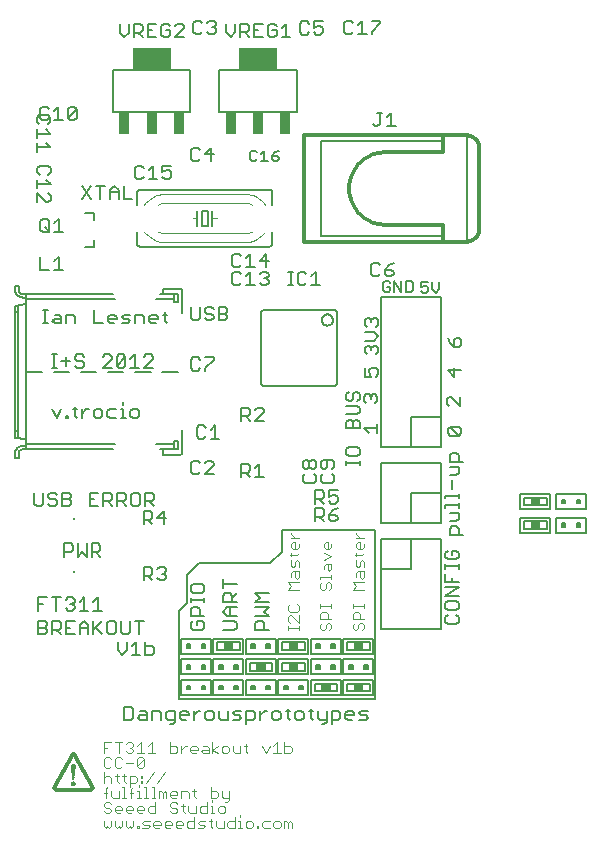
<source format=gto>
G75*
G70*
%OFA0B0*%
%FSLAX24Y24*%
%IPPOS*%
%LPD*%
%AMOC8*
5,1,8,0,0,1.08239X$1,22.5*
%
%ADD10C,0.0050*%
%ADD11C,0.0040*%
%ADD12C,0.0060*%
%ADD13C,0.0120*%
%ADD14C,0.0030*%
%ADD15R,0.1260X0.0730*%
%ADD16R,0.0340X0.0730*%
%ADD17C,0.0080*%
%ADD18C,0.0020*%
%ADD19R,0.0079X0.0079*%
D10*
X003692Y002465D02*
X003694Y002478D01*
X003699Y002490D01*
X003708Y002501D01*
X003718Y002509D01*
X003731Y002513D01*
X003744Y002514D01*
X003757Y002511D01*
X003769Y002505D01*
X003779Y002496D01*
X003786Y002485D01*
X003790Y002472D01*
X003790Y002458D01*
X003786Y002445D01*
X003779Y002434D01*
X003769Y002425D01*
X003757Y002419D01*
X003744Y002416D01*
X003731Y002417D01*
X003718Y002421D01*
X003708Y002429D01*
X003699Y002440D01*
X003694Y002452D01*
X003692Y002465D01*
X003741Y002613D02*
X003790Y003056D01*
X003692Y003056D01*
X003741Y002613D01*
X003737Y002647D02*
X003745Y002647D01*
X003750Y002695D02*
X003732Y002695D01*
X003726Y002744D02*
X003756Y002744D01*
X003761Y002792D02*
X003721Y002792D01*
X003716Y002841D02*
X003766Y002841D01*
X003772Y002889D02*
X003710Y002889D01*
X003705Y002938D02*
X003777Y002938D01*
X003782Y002987D02*
X003699Y002987D01*
X003694Y003035D02*
X003788Y003035D01*
X003790Y003056D02*
X003788Y003069D01*
X003783Y003080D01*
X003776Y003091D01*
X003766Y003098D01*
X003754Y003103D01*
X003741Y003105D01*
X003728Y003103D01*
X003717Y003098D01*
X003706Y003091D01*
X003699Y003080D01*
X003694Y003069D01*
X003692Y003056D01*
X007328Y005424D02*
X007328Y005924D01*
X008328Y005924D01*
X008328Y005424D01*
X007328Y005424D01*
X007515Y005611D02*
X007640Y005611D01*
X007640Y005624D01*
X007515Y005624D01*
X007515Y005674D01*
X007640Y005674D01*
X007640Y005724D01*
X007515Y005724D01*
X007515Y005736D01*
X007640Y005736D01*
X007640Y005724D01*
X007640Y005674D02*
X007640Y005624D01*
X007515Y005611D02*
X007515Y005624D01*
X007515Y005674D02*
X007515Y005724D01*
X007328Y006113D02*
X007328Y006613D01*
X008328Y006613D01*
X008328Y006113D01*
X007328Y006113D01*
X007515Y006300D02*
X007640Y006300D01*
X007640Y006313D01*
X007515Y006313D01*
X007515Y006363D01*
X007640Y006363D01*
X007640Y006413D01*
X007515Y006413D01*
X007515Y006425D01*
X007640Y006425D01*
X007640Y006413D01*
X007640Y006363D02*
X007640Y006313D01*
X007515Y006300D02*
X007515Y006313D01*
X007515Y006363D02*
X007515Y006413D01*
X007328Y006802D02*
X007328Y007302D01*
X008328Y007302D01*
X008328Y006802D01*
X007328Y006802D01*
X007515Y006989D02*
X007640Y006989D01*
X007640Y007002D01*
X007515Y007002D01*
X007515Y007052D01*
X007640Y007052D01*
X007640Y007102D01*
X007515Y007102D01*
X007515Y007114D01*
X007640Y007114D01*
X007640Y007102D01*
X007640Y007052D02*
X007640Y007002D01*
X007515Y006989D02*
X007515Y007002D01*
X007515Y007052D02*
X007515Y007102D01*
X007723Y007594D02*
X008023Y007594D01*
X008098Y007669D01*
X008098Y007819D01*
X008023Y007894D01*
X007873Y007894D01*
X007873Y007744D01*
X007723Y007894D02*
X007647Y007819D01*
X007647Y007669D01*
X007723Y007594D01*
X008015Y007114D02*
X008140Y007114D01*
X008140Y007102D01*
X008140Y007052D01*
X008015Y007052D01*
X008015Y007002D01*
X008140Y007002D01*
X008140Y006989D01*
X008015Y006989D01*
X008015Y007002D01*
X008015Y007052D02*
X008015Y007102D01*
X008140Y007102D01*
X008140Y007052D02*
X008140Y007002D01*
X008015Y007102D02*
X008015Y007114D01*
X008410Y007302D02*
X008410Y006802D01*
X009410Y006802D01*
X009410Y007302D01*
X008410Y007302D01*
X008535Y007177D02*
X009285Y007177D01*
X009285Y006927D01*
X008535Y006927D01*
X008535Y007177D01*
X008785Y007177D02*
X009035Y007177D01*
X009035Y007152D01*
X008785Y007152D01*
X008785Y007177D01*
X008785Y007152D02*
X008785Y007102D01*
X009035Y007102D01*
X009035Y007052D01*
X008785Y007052D01*
X008785Y007002D01*
X009035Y007002D01*
X009035Y006952D01*
X008785Y006952D01*
X008785Y007002D01*
X008785Y007052D02*
X008785Y007102D01*
X008785Y006952D02*
X008785Y006927D01*
X009035Y006927D01*
X009035Y006952D01*
X009035Y007002D02*
X009035Y007052D01*
X009035Y007102D02*
X009035Y007152D01*
X009105Y007594D02*
X009181Y007669D01*
X009181Y007819D01*
X009105Y007894D01*
X008730Y007894D01*
X008880Y008054D02*
X008730Y008204D01*
X008880Y008354D01*
X009181Y008354D01*
X009181Y008514D02*
X008730Y008514D01*
X008730Y008739D01*
X008805Y008814D01*
X008955Y008814D01*
X009030Y008739D01*
X009030Y008514D01*
X009030Y008664D02*
X009181Y008814D01*
X009181Y009125D02*
X008730Y009125D01*
X008730Y008975D02*
X008730Y009275D01*
X008098Y009046D02*
X008023Y009121D01*
X007723Y009121D01*
X007647Y009046D01*
X007647Y008896D01*
X007723Y008821D01*
X008023Y008821D01*
X008098Y008896D01*
X008098Y009046D01*
X008098Y008664D02*
X008098Y008514D01*
X008098Y008589D02*
X007647Y008589D01*
X007647Y008514D02*
X007647Y008664D01*
X007723Y008354D02*
X007873Y008354D01*
X007948Y008279D01*
X007948Y008054D01*
X008098Y008054D02*
X007647Y008054D01*
X007647Y008279D01*
X007723Y008354D01*
X008730Y007594D02*
X009105Y007594D01*
X009181Y008054D02*
X008880Y008054D01*
X008955Y008054D02*
X008955Y008354D01*
X009493Y007302D02*
X010493Y007302D01*
X010493Y006802D01*
X009493Y006802D01*
X009493Y007302D01*
X009680Y007114D02*
X009805Y007114D01*
X009805Y007102D01*
X009805Y007052D01*
X009680Y007052D01*
X009680Y007002D01*
X009805Y007002D01*
X009805Y006989D01*
X009680Y006989D01*
X009680Y007002D01*
X009680Y007052D02*
X009680Y007102D01*
X009805Y007102D01*
X009805Y007052D02*
X009805Y007002D01*
X009680Y007102D02*
X009680Y007114D01*
X009813Y007594D02*
X009813Y007819D01*
X009888Y007894D01*
X010038Y007894D01*
X010113Y007819D01*
X010113Y007594D01*
X010263Y007594D02*
X009813Y007594D01*
X009813Y008054D02*
X010263Y008054D01*
X010113Y008204D01*
X010263Y008354D01*
X009813Y008354D01*
X009813Y008514D02*
X009963Y008664D01*
X009813Y008814D01*
X010263Y008814D01*
X010263Y008514D02*
X009813Y008514D01*
X010576Y007302D02*
X011576Y007302D01*
X011576Y006802D01*
X010576Y006802D01*
X010576Y007302D01*
X010701Y007177D02*
X011451Y007177D01*
X011451Y006927D01*
X010701Y006927D01*
X010701Y007177D01*
X010951Y007177D02*
X011201Y007177D01*
X011201Y007152D01*
X010951Y007152D01*
X010951Y007177D01*
X010951Y007152D02*
X010951Y007102D01*
X011201Y007102D01*
X011201Y007052D01*
X010951Y007052D01*
X010951Y007002D01*
X011201Y007002D01*
X011201Y006952D01*
X010951Y006952D01*
X010951Y007002D01*
X010951Y007052D02*
X010951Y007102D01*
X010951Y006952D02*
X010951Y006927D01*
X011201Y006927D01*
X011201Y006952D01*
X011201Y007002D02*
X011201Y007052D01*
X011201Y007102D02*
X011201Y007152D01*
X011658Y007302D02*
X011658Y006802D01*
X012658Y006802D01*
X012658Y007302D01*
X011658Y007302D01*
X011846Y007114D02*
X011971Y007114D01*
X011971Y007102D01*
X011971Y007052D01*
X011846Y007052D01*
X011846Y007002D01*
X011971Y007002D01*
X011971Y006989D01*
X011846Y006989D01*
X011846Y007002D01*
X011846Y007052D02*
X011846Y007102D01*
X011971Y007102D01*
X011971Y007052D02*
X011971Y007002D01*
X011846Y007102D02*
X011846Y007114D01*
X012346Y007114D02*
X012471Y007114D01*
X012471Y007102D01*
X012471Y007052D01*
X012346Y007052D01*
X012346Y007002D01*
X012471Y007002D01*
X012471Y006989D01*
X012346Y006989D01*
X012346Y007002D01*
X012346Y007052D02*
X012346Y007102D01*
X012471Y007102D01*
X012471Y007052D02*
X012471Y007002D01*
X012346Y007102D02*
X012346Y007114D01*
X012741Y007302D02*
X012741Y006802D01*
X013741Y006802D01*
X013741Y007302D01*
X012741Y007302D01*
X012866Y007177D02*
X013616Y007177D01*
X013616Y006927D01*
X012866Y006927D01*
X012866Y007177D01*
X013116Y007177D02*
X013366Y007177D01*
X013366Y007152D01*
X013116Y007152D01*
X013116Y007177D01*
X013116Y007152D02*
X013116Y007102D01*
X013366Y007102D01*
X013366Y007052D01*
X013116Y007052D01*
X013116Y007002D01*
X013366Y007002D01*
X013366Y006952D01*
X013116Y006952D01*
X013116Y007002D01*
X013116Y007052D02*
X013116Y007102D01*
X013116Y006952D02*
X013116Y006927D01*
X013366Y006927D01*
X013366Y006952D01*
X013366Y007002D02*
X013366Y007052D01*
X013366Y007102D02*
X013366Y007152D01*
X013741Y006613D02*
X012741Y006613D01*
X012741Y006113D01*
X013741Y006113D01*
X013741Y006613D01*
X013553Y006425D02*
X013428Y006425D01*
X013428Y006413D01*
X013553Y006413D01*
X013553Y006363D01*
X013428Y006363D01*
X013428Y006313D01*
X013553Y006313D01*
X013553Y006300D01*
X013428Y006300D01*
X013428Y006313D01*
X013428Y006363D02*
X013428Y006413D01*
X013553Y006425D02*
X013553Y006413D01*
X013553Y006363D02*
X013553Y006313D01*
X013741Y005924D02*
X012741Y005924D01*
X012741Y005424D01*
X013741Y005424D01*
X013741Y005924D01*
X013616Y005799D02*
X013616Y005549D01*
X012866Y005549D01*
X012866Y005799D01*
X013616Y005799D01*
X013366Y005799D02*
X013116Y005799D01*
X013116Y005774D01*
X013366Y005774D01*
X013366Y005724D01*
X013366Y005674D01*
X013116Y005674D01*
X013116Y005624D01*
X013366Y005624D01*
X013366Y005574D01*
X013116Y005574D01*
X013116Y005624D01*
X013116Y005674D02*
X013116Y005724D01*
X013366Y005724D01*
X013366Y005774D02*
X013366Y005799D01*
X013366Y005674D02*
X013366Y005624D01*
X013366Y005574D02*
X013366Y005549D01*
X013116Y005549D01*
X013116Y005574D01*
X013116Y005724D02*
X013116Y005774D01*
X013053Y006300D02*
X012928Y006300D01*
X012928Y006313D01*
X012928Y006363D01*
X013053Y006363D01*
X013053Y006413D01*
X012928Y006413D01*
X012928Y006425D01*
X013053Y006425D01*
X013053Y006413D01*
X013053Y006363D02*
X013053Y006313D01*
X012928Y006313D01*
X012928Y006363D02*
X012928Y006413D01*
X013053Y006313D02*
X013053Y006300D01*
X012658Y006113D02*
X011658Y006113D01*
X011658Y006613D01*
X012658Y006613D01*
X012658Y006113D01*
X012658Y005924D02*
X011658Y005924D01*
X011658Y005424D01*
X012658Y005424D01*
X012658Y005924D01*
X012533Y005799D02*
X011783Y005799D01*
X011783Y005549D01*
X012533Y005549D01*
X012533Y005799D01*
X012283Y005799D02*
X012033Y005799D01*
X012033Y005774D01*
X012283Y005774D01*
X012283Y005724D01*
X012283Y005674D01*
X012033Y005674D01*
X012033Y005624D01*
X012283Y005624D01*
X012283Y005574D01*
X012033Y005574D01*
X012033Y005624D01*
X012033Y005674D02*
X012033Y005724D01*
X012283Y005724D01*
X012283Y005774D02*
X012283Y005799D01*
X012283Y005674D02*
X012283Y005624D01*
X012283Y005574D02*
X012283Y005549D01*
X012033Y005549D01*
X012033Y005574D01*
X012033Y005724D02*
X012033Y005774D01*
X011576Y005924D02*
X011576Y005424D01*
X010576Y005424D01*
X010576Y005924D01*
X011576Y005924D01*
X011576Y006113D02*
X010576Y006113D01*
X010576Y006613D01*
X011576Y006613D01*
X011576Y006113D01*
X011451Y006238D02*
X011451Y006488D01*
X010701Y006488D01*
X010701Y006238D01*
X011451Y006238D01*
X011201Y006238D02*
X010951Y006238D01*
X010951Y006263D01*
X011201Y006263D01*
X011201Y006238D01*
X011201Y006263D02*
X011201Y006313D01*
X010951Y006313D01*
X010951Y006363D01*
X011201Y006363D01*
X011201Y006413D01*
X010951Y006413D01*
X010951Y006463D01*
X011201Y006463D01*
X011201Y006413D01*
X011201Y006463D02*
X011201Y006488D01*
X010951Y006488D01*
X010951Y006463D01*
X010951Y006413D02*
X010951Y006363D01*
X010951Y006313D02*
X010951Y006263D01*
X011201Y006313D02*
X011201Y006363D01*
X011263Y005736D02*
X011388Y005736D01*
X011388Y005724D01*
X011388Y005674D01*
X011263Y005674D01*
X011263Y005624D01*
X011388Y005624D01*
X011388Y005611D01*
X011263Y005611D01*
X011263Y005624D01*
X011263Y005674D02*
X011263Y005724D01*
X011388Y005724D01*
X011388Y005674D02*
X011388Y005624D01*
X011263Y005724D02*
X011263Y005736D01*
X010888Y005736D02*
X010763Y005736D01*
X010763Y005724D01*
X010888Y005724D01*
X010888Y005674D01*
X010763Y005674D01*
X010763Y005624D01*
X010888Y005624D01*
X010888Y005611D01*
X010763Y005611D01*
X010763Y005624D01*
X010763Y005674D02*
X010763Y005724D01*
X010888Y005736D02*
X010888Y005724D01*
X010888Y005674D02*
X010888Y005624D01*
X010493Y005424D02*
X009493Y005424D01*
X009493Y005924D01*
X010493Y005924D01*
X010493Y005424D01*
X010305Y005611D02*
X010180Y005611D01*
X010180Y005624D01*
X010180Y005674D01*
X010305Y005674D01*
X010305Y005724D01*
X010180Y005724D01*
X010180Y005736D01*
X010305Y005736D01*
X010305Y005724D01*
X010305Y005674D02*
X010305Y005624D01*
X010180Y005624D01*
X010180Y005674D02*
X010180Y005724D01*
X010305Y005624D02*
X010305Y005611D01*
X009805Y005611D02*
X009680Y005611D01*
X009680Y005624D01*
X009680Y005674D01*
X009805Y005674D01*
X009805Y005724D01*
X009680Y005724D01*
X009680Y005736D01*
X009805Y005736D01*
X009805Y005724D01*
X009805Y005674D02*
X009805Y005624D01*
X009680Y005624D01*
X009680Y005674D02*
X009680Y005724D01*
X009805Y005624D02*
X009805Y005611D01*
X009410Y005424D02*
X008410Y005424D01*
X008410Y005924D01*
X009410Y005924D01*
X009410Y005424D01*
X009223Y005611D02*
X009098Y005611D01*
X009098Y005624D01*
X009098Y005674D01*
X009223Y005674D01*
X009223Y005724D01*
X009098Y005724D01*
X009098Y005736D01*
X009223Y005736D01*
X009223Y005724D01*
X009223Y005674D02*
X009223Y005624D01*
X009098Y005624D01*
X009098Y005674D02*
X009098Y005724D01*
X009223Y005624D02*
X009223Y005611D01*
X009410Y006113D02*
X008410Y006113D01*
X008410Y006613D01*
X009410Y006613D01*
X009410Y006113D01*
X009493Y006113D02*
X009493Y006613D01*
X010493Y006613D01*
X010493Y006113D01*
X009493Y006113D01*
X009618Y006238D02*
X009618Y006488D01*
X010368Y006488D01*
X010368Y006238D01*
X009618Y006238D01*
X009868Y006238D02*
X010118Y006238D01*
X010118Y006263D01*
X009868Y006263D01*
X009868Y006313D01*
X009868Y006363D01*
X010118Y006363D01*
X010118Y006413D01*
X009868Y006413D01*
X009868Y006463D01*
X010118Y006463D01*
X010118Y006413D01*
X010118Y006463D02*
X010118Y006488D01*
X009868Y006488D01*
X009868Y006463D01*
X009868Y006413D02*
X009868Y006363D01*
X009868Y006313D02*
X010118Y006313D01*
X010118Y006263D01*
X010118Y006313D02*
X010118Y006363D01*
X009868Y006263D02*
X009868Y006238D01*
X009223Y006300D02*
X009098Y006300D01*
X009098Y006313D01*
X009098Y006363D01*
X009223Y006363D01*
X009223Y006413D01*
X009098Y006413D01*
X009098Y006425D01*
X009223Y006425D01*
X009223Y006413D01*
X009223Y006363D02*
X009223Y006313D01*
X009098Y006313D01*
X009098Y006363D02*
X009098Y006413D01*
X009223Y006313D02*
X009223Y006300D01*
X008723Y006300D02*
X008598Y006300D01*
X008598Y006313D01*
X008598Y006363D01*
X008723Y006363D01*
X008723Y006413D01*
X008598Y006413D01*
X008598Y006425D01*
X008723Y006425D01*
X008723Y006413D01*
X008723Y006363D02*
X008723Y006313D01*
X008598Y006313D01*
X008598Y006363D02*
X008598Y006413D01*
X008723Y006313D02*
X008723Y006300D01*
X008723Y005736D02*
X008598Y005736D01*
X008598Y005724D01*
X008723Y005724D01*
X008723Y005674D01*
X008598Y005674D01*
X008598Y005624D01*
X008723Y005624D01*
X008723Y005611D01*
X008598Y005611D01*
X008598Y005624D01*
X008598Y005674D02*
X008598Y005724D01*
X008723Y005736D02*
X008723Y005724D01*
X008723Y005674D02*
X008723Y005624D01*
X008140Y005624D02*
X008015Y005624D01*
X008015Y005674D01*
X008140Y005674D01*
X008140Y005724D01*
X008015Y005724D01*
X008015Y005736D01*
X008140Y005736D01*
X008140Y005724D01*
X008140Y005674D02*
X008140Y005624D01*
X008140Y005611D01*
X008015Y005611D01*
X008015Y005624D01*
X008015Y005674D02*
X008015Y005724D01*
X008015Y006300D02*
X008140Y006300D01*
X008140Y006313D01*
X008015Y006313D01*
X008015Y006363D01*
X008140Y006363D01*
X008140Y006413D01*
X008015Y006413D01*
X008015Y006425D01*
X008140Y006425D01*
X008140Y006413D01*
X008140Y006363D02*
X008140Y006313D01*
X008015Y006300D02*
X008015Y006313D01*
X008015Y006363D02*
X008015Y006413D01*
X010180Y006989D02*
X010305Y006989D01*
X010305Y007002D01*
X010180Y007002D01*
X010180Y007052D01*
X010305Y007052D01*
X010305Y007102D01*
X010180Y007102D01*
X010180Y007114D01*
X010305Y007114D01*
X010305Y007102D01*
X010305Y007052D02*
X010305Y007002D01*
X010180Y006989D02*
X010180Y007002D01*
X010180Y007052D02*
X010180Y007102D01*
X011846Y006425D02*
X011971Y006425D01*
X011971Y006413D01*
X011971Y006363D01*
X011846Y006363D01*
X011846Y006313D01*
X011971Y006313D01*
X011971Y006300D01*
X011846Y006300D01*
X011846Y006313D01*
X011846Y006363D02*
X011846Y006413D01*
X011971Y006413D01*
X011971Y006363D02*
X011971Y006313D01*
X011846Y006413D02*
X011846Y006425D01*
X012346Y006425D02*
X012471Y006425D01*
X012471Y006413D01*
X012471Y006363D01*
X012346Y006363D01*
X012346Y006313D01*
X012471Y006313D01*
X012471Y006300D01*
X012346Y006300D01*
X012346Y006313D01*
X012346Y006363D02*
X012346Y006413D01*
X012471Y006413D01*
X012471Y006363D02*
X012471Y006313D01*
X012346Y006413D02*
X012346Y006425D01*
X018646Y010837D02*
X018646Y011337D01*
X019646Y011337D01*
X019646Y010837D01*
X018646Y010837D01*
X018771Y010962D02*
X018771Y011212D01*
X019521Y011212D01*
X019521Y010962D01*
X018771Y010962D01*
X019021Y010962D02*
X019271Y010962D01*
X019271Y010987D01*
X019021Y010987D01*
X019021Y011037D01*
X019021Y011087D01*
X019271Y011087D01*
X019271Y011137D01*
X019021Y011137D01*
X019021Y011187D01*
X019271Y011187D01*
X019271Y011137D01*
X019271Y011087D02*
X019271Y011037D01*
X019021Y011037D01*
X019021Y010987D02*
X019021Y010962D01*
X019021Y011087D02*
X019021Y011137D01*
X019021Y011187D02*
X019021Y011212D01*
X019271Y011212D01*
X019271Y011187D01*
X019271Y011037D02*
X019271Y010987D01*
X019828Y010837D02*
X019828Y011337D01*
X020828Y011337D01*
X020828Y010837D01*
X019828Y010837D01*
X020015Y011025D02*
X020140Y011025D01*
X020140Y011037D01*
X020015Y011037D01*
X020015Y011087D01*
X020140Y011087D01*
X020140Y011137D01*
X020015Y011137D01*
X020015Y011150D01*
X020140Y011150D01*
X020140Y011137D01*
X020140Y011087D02*
X020140Y011037D01*
X020015Y011025D02*
X020015Y011037D01*
X020015Y011087D02*
X020015Y011137D01*
X019828Y011625D02*
X019828Y012125D01*
X020828Y012125D01*
X020828Y011625D01*
X019828Y011625D01*
X019646Y011625D02*
X018646Y011625D01*
X018646Y012125D01*
X019646Y012125D01*
X019646Y011625D01*
X019521Y011750D02*
X018771Y011750D01*
X018771Y012000D01*
X019521Y012000D01*
X019521Y011750D01*
X019271Y011750D02*
X019021Y011750D01*
X019021Y011775D01*
X019271Y011775D01*
X019271Y011750D01*
X019271Y011775D02*
X019271Y011825D01*
X019021Y011825D01*
X019021Y011875D01*
X019271Y011875D01*
X019271Y011925D01*
X019021Y011925D01*
X019021Y011975D01*
X019271Y011975D01*
X019271Y011925D01*
X019271Y011975D02*
X019271Y012000D01*
X019021Y012000D01*
X019021Y011975D01*
X019021Y011925D02*
X019021Y011875D01*
X019021Y011825D02*
X019021Y011775D01*
X019271Y011825D02*
X019271Y011875D01*
X020015Y011875D02*
X020015Y011825D01*
X020140Y011825D01*
X020140Y011812D01*
X020015Y011812D01*
X020015Y011825D01*
X020015Y011875D02*
X020140Y011875D01*
X020140Y011925D01*
X020015Y011925D01*
X020015Y011937D01*
X020140Y011937D01*
X020140Y011925D01*
X020140Y011875D02*
X020140Y011825D01*
X020015Y011875D02*
X020015Y011925D01*
X020515Y011925D02*
X020640Y011925D01*
X020640Y011875D01*
X020515Y011875D01*
X020515Y011825D01*
X020640Y011825D01*
X020640Y011812D01*
X020515Y011812D01*
X020515Y011825D01*
X020515Y011875D02*
X020515Y011925D01*
X020515Y011937D01*
X020640Y011937D01*
X020640Y011925D01*
X020640Y011875D02*
X020640Y011825D01*
X020640Y011150D02*
X020515Y011150D01*
X020515Y011137D01*
X020640Y011137D01*
X020640Y011087D01*
X020515Y011087D01*
X020515Y011037D01*
X020640Y011037D01*
X020640Y011025D01*
X020515Y011025D01*
X020515Y011037D01*
X020515Y011087D02*
X020515Y011137D01*
X020640Y011150D02*
X020640Y011137D01*
X020640Y011087D02*
X020640Y011037D01*
X015818Y018839D02*
X015935Y018955D01*
X015935Y019189D01*
X015701Y019189D02*
X015701Y018955D01*
X015818Y018839D01*
X015566Y018897D02*
X015566Y019014D01*
X015508Y019072D01*
X015450Y019072D01*
X015333Y019014D01*
X015333Y019189D01*
X015566Y019189D01*
X015566Y018897D02*
X015508Y018839D01*
X015391Y018839D01*
X015333Y018897D01*
X015048Y018922D02*
X015048Y019155D01*
X014990Y019214D01*
X014815Y019214D01*
X014815Y018863D01*
X014990Y018863D01*
X015048Y018922D01*
X014680Y018863D02*
X014680Y019214D01*
X014446Y019214D02*
X014446Y018863D01*
X014311Y018922D02*
X014311Y019038D01*
X014195Y019038D01*
X014311Y018922D02*
X014253Y018863D01*
X014136Y018863D01*
X014078Y018922D01*
X014078Y019155D01*
X014136Y019214D01*
X014253Y019214D01*
X014311Y019155D01*
X014446Y019214D02*
X014680Y018863D01*
X010536Y023219D02*
X010594Y023277D01*
X010594Y023335D01*
X010536Y023394D01*
X010361Y023394D01*
X010361Y023277D01*
X010419Y023219D01*
X010536Y023219D01*
X010361Y023394D02*
X010478Y023510D01*
X010594Y023569D01*
X010226Y023219D02*
X009993Y023219D01*
X010109Y023219D02*
X010109Y023569D01*
X009993Y023452D01*
X009858Y023510D02*
X009799Y023569D01*
X009683Y023569D01*
X009624Y023510D01*
X009624Y023277D01*
X009683Y023219D01*
X009799Y023219D01*
X009858Y023277D01*
D11*
X011012Y010838D02*
X011012Y010778D01*
X011132Y010658D01*
X011252Y010658D02*
X011012Y010658D01*
X011072Y010530D02*
X011132Y010530D01*
X011132Y010289D01*
X011192Y010289D02*
X011072Y010289D01*
X011012Y010349D01*
X011012Y010470D01*
X011072Y010530D01*
X011252Y010470D02*
X011252Y010349D01*
X011192Y010289D01*
X011252Y010164D02*
X011192Y010104D01*
X010952Y010104D01*
X011012Y010044D02*
X011012Y010164D01*
X011012Y009916D02*
X011012Y009736D01*
X011072Y009676D01*
X011132Y009736D01*
X011132Y009856D01*
X011192Y009916D01*
X011252Y009856D01*
X011252Y009676D01*
X011252Y009547D02*
X011252Y009367D01*
X011192Y009307D01*
X011132Y009367D01*
X011132Y009547D01*
X011072Y009547D02*
X011252Y009547D01*
X011072Y009547D02*
X011012Y009487D01*
X011012Y009367D01*
X010892Y009179D02*
X011252Y009179D01*
X011252Y008939D02*
X010892Y008939D01*
X011012Y009059D01*
X010892Y009179D01*
X010952Y008443D02*
X010892Y008382D01*
X010892Y008262D01*
X010952Y008202D01*
X011192Y008202D01*
X011252Y008262D01*
X011252Y008382D01*
X011192Y008443D01*
X011252Y008074D02*
X011252Y007834D01*
X011012Y008074D01*
X010952Y008074D01*
X010892Y008014D01*
X010892Y007894D01*
X010952Y007834D01*
X010892Y007709D02*
X010892Y007589D01*
X010892Y007649D02*
X011252Y007649D01*
X011252Y007589D02*
X011252Y007709D01*
X011975Y007769D02*
X011975Y007649D01*
X012035Y007589D01*
X012095Y007589D01*
X012155Y007649D01*
X012155Y007769D01*
X012215Y007829D01*
X012275Y007829D01*
X012335Y007769D01*
X012335Y007649D01*
X012275Y007589D01*
X012035Y007829D02*
X011975Y007769D01*
X011975Y007957D02*
X011975Y008137D01*
X012035Y008197D01*
X012155Y008197D01*
X012215Y008137D01*
X012215Y007957D01*
X012335Y007957D02*
X011975Y007957D01*
X011975Y008325D02*
X011975Y008445D01*
X011975Y008385D02*
X012335Y008385D01*
X012335Y008325D02*
X012335Y008445D01*
X012275Y008939D02*
X012335Y008999D01*
X012335Y009119D01*
X012275Y009179D01*
X012215Y009179D01*
X012155Y009119D01*
X012155Y008999D01*
X012095Y008939D01*
X012035Y008939D01*
X011975Y008999D01*
X011975Y009119D01*
X012035Y009179D01*
X011975Y009307D02*
X011975Y009367D01*
X012335Y009367D01*
X012335Y009307D02*
X012335Y009427D01*
X012275Y009553D02*
X012215Y009613D01*
X012215Y009793D01*
X012155Y009793D02*
X012335Y009793D01*
X012335Y009613D01*
X012275Y009553D01*
X012095Y009613D02*
X012095Y009733D01*
X012155Y009793D01*
X012095Y009921D02*
X012335Y010041D01*
X012095Y010161D01*
X012155Y010289D02*
X012095Y010349D01*
X012095Y010470D01*
X012155Y010530D01*
X012215Y010530D01*
X012215Y010289D01*
X012275Y010289D02*
X012155Y010289D01*
X012275Y010289D02*
X012335Y010349D01*
X012335Y010470D01*
X013178Y010470D02*
X013178Y010349D01*
X013238Y010289D01*
X013358Y010289D01*
X013418Y010349D01*
X013418Y010470D01*
X013298Y010530D02*
X013298Y010289D01*
X013418Y010164D02*
X013358Y010104D01*
X013118Y010104D01*
X013178Y010044D02*
X013178Y010164D01*
X013178Y009916D02*
X013178Y009736D01*
X013238Y009676D01*
X013298Y009736D01*
X013298Y009856D01*
X013358Y009916D01*
X013418Y009856D01*
X013418Y009676D01*
X013418Y009547D02*
X013418Y009367D01*
X013358Y009307D01*
X013298Y009367D01*
X013298Y009547D01*
X013238Y009547D02*
X013418Y009547D01*
X013238Y009547D02*
X013178Y009487D01*
X013178Y009367D01*
X013058Y009179D02*
X013418Y009179D01*
X013418Y008939D02*
X013058Y008939D01*
X013178Y009059D01*
X013058Y009179D01*
X013058Y008445D02*
X013058Y008325D01*
X013058Y008385D02*
X013418Y008385D01*
X013418Y008325D02*
X013418Y008445D01*
X013238Y008197D02*
X013118Y008197D01*
X013058Y008137D01*
X013058Y007957D01*
X013418Y007957D01*
X013298Y007957D02*
X013298Y008137D01*
X013238Y008197D01*
X013298Y007829D02*
X013358Y007829D01*
X013418Y007769D01*
X013418Y007649D01*
X013358Y007589D01*
X013238Y007649D02*
X013238Y007769D01*
X013298Y007829D01*
X013118Y007829D02*
X013058Y007769D01*
X013058Y007649D01*
X013118Y007589D01*
X013178Y007589D01*
X013238Y007649D01*
X013178Y010470D02*
X013238Y010530D01*
X013298Y010530D01*
X013298Y010658D02*
X013178Y010778D01*
X013178Y010838D01*
X013178Y010658D02*
X013418Y010658D01*
D12*
X013807Y010915D02*
X013807Y005280D01*
X007262Y005280D01*
X007262Y008233D01*
X007532Y008504D01*
X007532Y009414D01*
X007926Y009808D01*
X010288Y009808D01*
X010682Y010201D01*
X010682Y010915D01*
X013807Y010915D01*
X014013Y011170D02*
X014013Y013170D01*
X016013Y013170D01*
X016013Y012170D01*
X015013Y012170D01*
X015013Y011170D01*
X016013Y011170D01*
X016013Y012170D01*
X016142Y012049D02*
X016142Y011976D01*
X016142Y012049D02*
X016582Y012049D01*
X016582Y011976D02*
X016582Y012123D01*
X016362Y012283D02*
X016362Y012576D01*
X016288Y012743D02*
X016509Y012743D01*
X016582Y012816D01*
X016582Y013037D01*
X016288Y013037D01*
X016288Y013203D02*
X016288Y013424D01*
X016362Y013497D01*
X016509Y013497D01*
X016582Y013424D01*
X016582Y013203D01*
X016729Y013203D02*
X016288Y013203D01*
X016013Y013705D02*
X016013Y014705D01*
X015013Y014705D01*
X015013Y013705D01*
X014013Y013705D01*
X014013Y018705D01*
X016013Y018705D01*
X016013Y014705D01*
X016264Y015054D02*
X016191Y015128D01*
X016191Y015274D01*
X016264Y015348D01*
X016338Y015348D01*
X016631Y015054D01*
X016631Y015348D01*
X016436Y016039D02*
X016436Y016332D01*
X016656Y016259D02*
X016215Y016259D01*
X016436Y016039D01*
X016436Y017023D02*
X016436Y017243D01*
X016509Y017316D01*
X016582Y017316D01*
X016656Y017243D01*
X016656Y017096D01*
X016582Y017023D01*
X016436Y017023D01*
X016289Y017170D01*
X016215Y017316D01*
X014345Y019385D02*
X014419Y019458D01*
X014419Y019532D01*
X014345Y019605D01*
X014125Y019605D01*
X014125Y019458D01*
X014198Y019385D01*
X014345Y019385D01*
X014125Y019605D02*
X014272Y019752D01*
X014419Y019825D01*
X013958Y019752D02*
X013885Y019825D01*
X013738Y019825D01*
X013665Y019752D01*
X013665Y019458D01*
X013738Y019385D01*
X013885Y019385D01*
X013958Y019458D01*
X013827Y017991D02*
X013900Y017918D01*
X013900Y017771D01*
X013827Y017697D01*
X013753Y017531D02*
X013460Y017531D01*
X013533Y017697D02*
X013460Y017771D01*
X013460Y017918D01*
X013533Y017991D01*
X013606Y017991D01*
X013680Y017918D01*
X013753Y017991D01*
X013827Y017991D01*
X013680Y017918D02*
X013680Y017844D01*
X013753Y017531D02*
X013900Y017384D01*
X013753Y017237D01*
X013460Y017237D01*
X013533Y017070D02*
X013460Y016997D01*
X013460Y016850D01*
X013533Y016777D01*
X013680Y016923D02*
X013680Y016997D01*
X013753Y017070D01*
X013827Y017070D01*
X013900Y016997D01*
X013900Y016850D01*
X013827Y016777D01*
X013680Y016997D02*
X013606Y017070D01*
X013533Y017070D01*
X013460Y016332D02*
X013460Y016039D01*
X013680Y016039D01*
X013606Y016185D01*
X013606Y016259D01*
X013680Y016332D01*
X013827Y016332D01*
X013900Y016259D01*
X013900Y016112D01*
X013827Y016039D01*
X013802Y015446D02*
X013875Y015373D01*
X013875Y015226D01*
X013802Y015153D01*
X013655Y015299D02*
X013655Y015373D01*
X013729Y015446D01*
X013802Y015446D01*
X013655Y015373D02*
X013582Y015446D01*
X013508Y015446D01*
X013435Y015373D01*
X013435Y015226D01*
X013508Y015153D01*
X013285Y015307D02*
X013211Y015234D01*
X013285Y015307D02*
X013285Y015454D01*
X013211Y015528D01*
X013138Y015528D01*
X013065Y015454D01*
X013065Y015307D01*
X012991Y015234D01*
X012918Y015234D01*
X012844Y015307D01*
X012844Y015454D01*
X012918Y015528D01*
X012546Y015796D02*
X012546Y018190D01*
X012469Y018266D01*
X010076Y018266D01*
X009999Y018190D01*
X009999Y015796D01*
X010076Y015719D01*
X012469Y015719D01*
X012546Y015796D01*
X012844Y015067D02*
X013211Y015067D01*
X013285Y014994D01*
X013285Y014847D01*
X013211Y014774D01*
X012844Y014774D01*
X012918Y014607D02*
X012991Y014607D01*
X013065Y014534D01*
X013065Y014313D01*
X013285Y014313D02*
X012844Y014313D01*
X012844Y014534D01*
X012918Y014607D01*
X013065Y014534D02*
X013138Y014607D01*
X013211Y014607D01*
X013285Y014534D01*
X013285Y014313D01*
X013435Y014315D02*
X013875Y014315D01*
X013875Y014168D02*
X013875Y014462D01*
X013582Y014168D02*
X013435Y014315D01*
X013211Y013686D02*
X012918Y013686D01*
X012844Y013613D01*
X012844Y013466D01*
X012918Y013393D01*
X013211Y013393D01*
X013285Y013466D01*
X013285Y013613D01*
X013211Y013686D01*
X013285Y013233D02*
X013285Y013086D01*
X013285Y013159D02*
X012844Y013159D01*
X012844Y013086D02*
X012844Y013233D01*
X012424Y013176D02*
X012350Y013249D01*
X012057Y013249D01*
X011983Y013176D01*
X011983Y013029D01*
X012057Y012956D01*
X012130Y012956D01*
X012203Y013029D01*
X012203Y013249D01*
X012424Y013176D02*
X012424Y013029D01*
X012350Y012956D01*
X012350Y012789D02*
X012424Y012715D01*
X012424Y012569D01*
X012350Y012495D01*
X012057Y012495D01*
X011983Y012569D01*
X011983Y012715D01*
X012057Y012789D01*
X011833Y012715D02*
X011833Y012569D01*
X011760Y012495D01*
X011466Y012495D01*
X011393Y012569D01*
X011393Y012715D01*
X011466Y012789D01*
X011466Y012956D02*
X011539Y012956D01*
X011613Y013029D01*
X011613Y013176D01*
X011686Y013249D01*
X011760Y013249D01*
X011833Y013176D01*
X011833Y013029D01*
X011760Y012956D01*
X011686Y012956D01*
X011613Y013029D01*
X011613Y013176D02*
X011539Y013249D01*
X011466Y013249D01*
X011393Y013176D01*
X011393Y013029D01*
X011466Y012956D01*
X011760Y012789D02*
X011833Y012715D01*
X011795Y012247D02*
X012015Y012247D01*
X012088Y012173D01*
X012088Y012026D01*
X012015Y011953D01*
X011795Y011953D01*
X011941Y011953D02*
X012088Y011806D01*
X012015Y011656D02*
X012088Y011583D01*
X012088Y011436D01*
X012015Y011362D01*
X011795Y011362D01*
X011795Y011216D02*
X011795Y011656D01*
X012015Y011656D01*
X011795Y011806D02*
X011795Y012247D01*
X012255Y012247D02*
X012255Y012026D01*
X012402Y012100D01*
X012475Y012100D01*
X012549Y012026D01*
X012549Y011880D01*
X012475Y011806D01*
X012328Y011806D01*
X012255Y011880D01*
X012402Y011583D02*
X012255Y011436D01*
X012475Y011436D01*
X012549Y011362D01*
X012549Y011289D01*
X012475Y011216D01*
X012328Y011216D01*
X012255Y011289D01*
X012255Y011436D01*
X012402Y011583D02*
X012549Y011656D01*
X012549Y012247D02*
X012255Y012247D01*
X011941Y011362D02*
X012088Y011216D01*
X014013Y011170D02*
X015013Y011170D01*
X015013Y010619D02*
X015013Y009619D01*
X014013Y009619D01*
X014013Y007619D01*
X016013Y007619D01*
X016013Y010619D01*
X015013Y010619D01*
X014013Y010619D01*
X014013Y009619D01*
X016142Y009637D02*
X016142Y009784D01*
X016142Y009710D02*
X016582Y009710D01*
X016582Y009637D02*
X016582Y009784D01*
X016509Y009944D02*
X016582Y010017D01*
X016582Y010164D01*
X016509Y010237D01*
X016362Y010237D01*
X016362Y010090D01*
X016215Y009944D02*
X016509Y009944D01*
X016215Y009944D02*
X016142Y010017D01*
X016142Y010164D01*
X016215Y010237D01*
X016288Y010748D02*
X016288Y010968D01*
X016362Y011042D01*
X016509Y011042D01*
X016582Y010968D01*
X016582Y010748D01*
X016729Y010748D02*
X016288Y010748D01*
X016288Y011209D02*
X016509Y011209D01*
X016582Y011282D01*
X016582Y011502D01*
X016288Y011502D01*
X016142Y011669D02*
X016142Y011742D01*
X016582Y011742D01*
X016582Y011669D02*
X016582Y011816D01*
X016013Y013705D02*
X015013Y013705D01*
X016215Y014143D02*
X016215Y014290D01*
X016289Y014364D01*
X016582Y014070D01*
X016656Y014143D01*
X016656Y014290D01*
X016582Y014364D01*
X016289Y014364D01*
X016215Y014143D02*
X016289Y014070D01*
X016582Y014070D01*
X016142Y009470D02*
X016142Y009176D01*
X016582Y009176D01*
X016582Y009010D02*
X016142Y009010D01*
X016362Y009176D02*
X016362Y009323D01*
X016582Y009010D02*
X016142Y008716D01*
X016582Y008716D01*
X016509Y008549D02*
X016582Y008476D01*
X016582Y008329D01*
X016509Y008256D01*
X016215Y008256D01*
X016142Y008329D01*
X016142Y008476D01*
X016215Y008549D01*
X016509Y008549D01*
X016509Y008089D02*
X016582Y008016D01*
X016582Y007869D01*
X016509Y007795D01*
X016215Y007795D01*
X016142Y007869D01*
X016142Y008016D01*
X016215Y008089D01*
X013566Y004890D02*
X013346Y004890D01*
X013272Y004817D01*
X013346Y004743D01*
X013492Y004743D01*
X013566Y004670D01*
X013492Y004597D01*
X013272Y004597D01*
X013105Y004743D02*
X013105Y004817D01*
X013032Y004890D01*
X012885Y004890D01*
X012812Y004817D01*
X012812Y004670D01*
X012885Y004597D01*
X013032Y004597D01*
X013105Y004743D02*
X012812Y004743D01*
X012645Y004817D02*
X012645Y004670D01*
X012572Y004597D01*
X012351Y004597D01*
X012351Y004450D02*
X012351Y004890D01*
X012572Y004890D01*
X012645Y004817D01*
X012185Y004890D02*
X012185Y004523D01*
X012111Y004450D01*
X012038Y004450D01*
X011964Y004597D02*
X012185Y004597D01*
X011964Y004597D02*
X011891Y004670D01*
X011891Y004890D01*
X011731Y004890D02*
X011584Y004890D01*
X011658Y004964D02*
X011658Y004670D01*
X011731Y004597D01*
X011417Y004670D02*
X011417Y004817D01*
X011344Y004890D01*
X011197Y004890D01*
X011124Y004817D01*
X011124Y004670D01*
X011197Y004597D01*
X011344Y004597D01*
X011417Y004670D01*
X010964Y004597D02*
X010890Y004670D01*
X010890Y004964D01*
X010817Y004890D02*
X010964Y004890D01*
X010650Y004817D02*
X010650Y004670D01*
X010577Y004597D01*
X010430Y004597D01*
X010357Y004670D01*
X010357Y004817D01*
X010430Y004890D01*
X010577Y004890D01*
X010650Y004817D01*
X010193Y004890D02*
X010120Y004890D01*
X009973Y004743D01*
X009973Y004597D02*
X009973Y004890D01*
X009806Y004817D02*
X009806Y004670D01*
X009733Y004597D01*
X009513Y004597D01*
X009513Y004450D02*
X009513Y004890D01*
X009733Y004890D01*
X009806Y004817D01*
X009346Y004890D02*
X009126Y004890D01*
X009052Y004817D01*
X009126Y004743D01*
X009272Y004743D01*
X009346Y004670D01*
X009272Y004597D01*
X009052Y004597D01*
X008885Y004597D02*
X008885Y004890D01*
X008592Y004890D02*
X008592Y004670D01*
X008665Y004597D01*
X008885Y004597D01*
X008425Y004670D02*
X008425Y004817D01*
X008352Y004890D01*
X008205Y004890D01*
X008132Y004817D01*
X008132Y004670D01*
X008205Y004597D01*
X008352Y004597D01*
X008425Y004670D01*
X007968Y004890D02*
X007895Y004890D01*
X007748Y004743D01*
X007748Y004597D02*
X007748Y004890D01*
X007581Y004817D02*
X007581Y004743D01*
X007288Y004743D01*
X007288Y004670D02*
X007288Y004817D01*
X007361Y004890D01*
X007508Y004890D01*
X007581Y004817D01*
X007508Y004597D02*
X007361Y004597D01*
X007288Y004670D01*
X007121Y004597D02*
X006901Y004597D01*
X006827Y004670D01*
X006827Y004817D01*
X006901Y004890D01*
X007121Y004890D01*
X007121Y004523D01*
X007047Y004450D01*
X006974Y004450D01*
X006660Y004597D02*
X006660Y004817D01*
X006587Y004890D01*
X006367Y004890D01*
X006367Y004597D01*
X006200Y004597D02*
X005980Y004597D01*
X005906Y004670D01*
X005980Y004743D01*
X006200Y004743D01*
X006200Y004817D02*
X006200Y004597D01*
X006200Y004817D02*
X006127Y004890D01*
X005980Y004890D01*
X005740Y004964D02*
X005740Y004670D01*
X005666Y004597D01*
X005446Y004597D01*
X005446Y005037D01*
X005666Y005037D01*
X005740Y004964D01*
X005685Y006762D02*
X005979Y006762D01*
X005832Y006762D02*
X005832Y007202D01*
X005685Y007056D01*
X005518Y007202D02*
X005518Y006909D01*
X005371Y006762D01*
X005225Y006909D01*
X005225Y007202D01*
X005089Y007451D02*
X005163Y007524D01*
X005163Y007818D01*
X005089Y007891D01*
X004942Y007891D01*
X004869Y007818D01*
X004869Y007524D01*
X004942Y007451D01*
X005089Y007451D01*
X005329Y007524D02*
X005329Y007891D01*
X005623Y007891D02*
X005623Y007524D01*
X005549Y007451D01*
X005403Y007451D01*
X005329Y007524D01*
X005790Y007891D02*
X006083Y007891D01*
X005936Y007891D02*
X005936Y007451D01*
X006145Y007202D02*
X006145Y006762D01*
X006366Y006762D01*
X006439Y006835D01*
X006439Y006982D01*
X006366Y007056D01*
X006145Y007056D01*
X004702Y007451D02*
X004482Y007671D01*
X004409Y007598D02*
X004702Y007891D01*
X004409Y007891D02*
X004409Y007451D01*
X004242Y007451D02*
X004242Y007744D01*
X004095Y007891D01*
X003948Y007744D01*
X003948Y007451D01*
X003781Y007451D02*
X003488Y007451D01*
X003488Y007891D01*
X003781Y007891D01*
X003635Y007671D02*
X003488Y007671D01*
X003321Y007671D02*
X003248Y007598D01*
X003028Y007598D01*
X003174Y007598D02*
X003321Y007451D01*
X003321Y007671D02*
X003321Y007818D01*
X003248Y007891D01*
X003028Y007891D01*
X003028Y007451D01*
X002861Y007524D02*
X002787Y007451D01*
X002567Y007451D01*
X002567Y007891D01*
X002787Y007891D01*
X002861Y007818D01*
X002861Y007744D01*
X002787Y007671D01*
X002567Y007671D01*
X002787Y007671D02*
X002861Y007598D01*
X002861Y007524D01*
X002567Y008238D02*
X002567Y008679D01*
X002861Y008679D01*
X003028Y008679D02*
X003321Y008679D01*
X003174Y008679D02*
X003174Y008238D01*
X003488Y008312D02*
X003561Y008238D01*
X003708Y008238D01*
X003781Y008312D01*
X003781Y008385D01*
X003708Y008458D01*
X003635Y008458D01*
X003708Y008458D02*
X003781Y008532D01*
X003781Y008605D01*
X003708Y008679D01*
X003561Y008679D01*
X003488Y008605D01*
X003948Y008532D02*
X004095Y008679D01*
X004095Y008238D01*
X003948Y008238D02*
X004242Y008238D01*
X004409Y008238D02*
X004702Y008238D01*
X004555Y008238D02*
X004555Y008679D01*
X004409Y008532D01*
X004242Y007671D02*
X003948Y007671D01*
X002714Y008458D02*
X002567Y008458D01*
X003428Y010035D02*
X003428Y010475D01*
X003649Y010475D01*
X003722Y010402D01*
X003722Y010255D01*
X003649Y010181D01*
X003428Y010181D01*
X003889Y010035D02*
X004036Y010181D01*
X004182Y010035D01*
X004182Y010475D01*
X004349Y010475D02*
X004569Y010475D01*
X004643Y010402D01*
X004643Y010255D01*
X004569Y010181D01*
X004349Y010181D01*
X004349Y010035D02*
X004349Y010475D01*
X004496Y010181D02*
X004643Y010035D01*
X003889Y010035D02*
X003889Y010475D01*
X003585Y011732D02*
X003365Y011732D01*
X003365Y012173D01*
X003585Y012173D01*
X003658Y012099D01*
X003658Y012026D01*
X003585Y011953D01*
X003365Y011953D01*
X003198Y011879D02*
X003198Y011806D01*
X003125Y011732D01*
X002978Y011732D01*
X002905Y011806D01*
X002978Y011953D02*
X003125Y011953D01*
X003198Y011879D01*
X003198Y012099D02*
X003125Y012173D01*
X002978Y012173D01*
X002905Y012099D01*
X002905Y012026D01*
X002978Y011953D01*
X002738Y011806D02*
X002738Y012173D01*
X002444Y012173D02*
X002444Y011806D01*
X002518Y011732D01*
X002664Y011732D01*
X002738Y011806D01*
X003585Y011732D02*
X003658Y011806D01*
X003658Y011879D01*
X003585Y011953D01*
X004286Y011953D02*
X004432Y011953D01*
X004286Y012173D02*
X004286Y011732D01*
X004579Y011732D01*
X004746Y011732D02*
X004746Y012173D01*
X004966Y012173D01*
X005040Y012099D01*
X005040Y011953D01*
X004966Y011879D01*
X004746Y011879D01*
X004893Y011879D02*
X005040Y011732D01*
X005206Y011732D02*
X005206Y012173D01*
X005426Y012173D01*
X005500Y012099D01*
X005500Y011953D01*
X005426Y011879D01*
X005206Y011879D01*
X005353Y011879D02*
X005500Y011732D01*
X005667Y011806D02*
X005740Y011732D01*
X005887Y011732D01*
X005960Y011806D01*
X005960Y012099D01*
X005887Y012173D01*
X005740Y012173D01*
X005667Y012099D01*
X005667Y011806D01*
X006127Y011879D02*
X006347Y011879D01*
X006421Y011953D01*
X006421Y012099D01*
X006347Y012173D01*
X006127Y012173D01*
X006127Y011732D01*
X006086Y011558D02*
X006306Y011558D01*
X006379Y011484D01*
X006379Y011337D01*
X006306Y011264D01*
X006086Y011264D01*
X006233Y011264D02*
X006379Y011117D01*
X006546Y011337D02*
X006840Y011337D01*
X006766Y011117D02*
X006766Y011558D01*
X006546Y011337D01*
X006421Y011732D02*
X006274Y011879D01*
X006086Y011558D02*
X006086Y011117D01*
X006086Y009688D02*
X006306Y009688D01*
X006379Y009614D01*
X006379Y009467D01*
X006306Y009394D01*
X006086Y009394D01*
X006233Y009394D02*
X006379Y009247D01*
X006546Y009321D02*
X006620Y009247D01*
X006766Y009247D01*
X006840Y009321D01*
X006840Y009394D01*
X006766Y009467D01*
X006693Y009467D01*
X006766Y009467D02*
X006840Y009541D01*
X006840Y009614D01*
X006766Y009688D01*
X006620Y009688D01*
X006546Y009614D01*
X006086Y009688D02*
X006086Y009247D01*
X004579Y012173D02*
X004286Y012173D01*
X005076Y013613D02*
X002178Y013613D01*
X002040Y013613D01*
X002021Y013611D01*
X002002Y013606D01*
X001985Y013598D01*
X001969Y013587D01*
X001956Y013574D01*
X001945Y013558D01*
X001937Y013541D01*
X001932Y013522D01*
X001930Y013503D01*
X001930Y013337D01*
X001804Y013337D01*
X001804Y013556D01*
X001818Y013585D01*
X001835Y013612D01*
X001854Y013637D01*
X001877Y013660D01*
X001901Y013680D01*
X001928Y013698D01*
X001956Y013712D01*
X001986Y013724D01*
X002017Y013732D01*
X002048Y013737D01*
X002080Y013739D01*
X002178Y013739D01*
X002178Y013613D01*
X002178Y013739D02*
X002178Y013959D01*
X001804Y014007D01*
X001804Y014235D01*
X001906Y014235D01*
X001906Y013994D01*
X001906Y014235D02*
X001906Y018176D01*
X001804Y018176D01*
X001804Y014235D01*
X002178Y013959D02*
X002178Y016205D01*
X002691Y016205D01*
X003035Y016334D02*
X003181Y016334D01*
X003108Y016334D02*
X003108Y016774D01*
X003035Y016774D02*
X003181Y016774D01*
X003342Y016554D02*
X003635Y016554D01*
X003802Y016627D02*
X003875Y016554D01*
X004022Y016554D01*
X004096Y016481D01*
X004096Y016407D01*
X004022Y016334D01*
X003875Y016334D01*
X003802Y016407D01*
X003802Y016627D02*
X003802Y016701D01*
X003875Y016774D01*
X004022Y016774D01*
X004096Y016701D01*
X003992Y016205D02*
X004505Y016205D01*
X004723Y016334D02*
X005016Y016627D01*
X005016Y016701D01*
X004943Y016774D01*
X004796Y016774D01*
X004723Y016701D01*
X004723Y016334D02*
X005016Y016334D01*
X004898Y016205D02*
X005412Y016205D01*
X005403Y016334D02*
X005256Y016334D01*
X005183Y016407D01*
X005477Y016701D01*
X005477Y016407D01*
X005403Y016334D01*
X005183Y016407D02*
X005183Y016701D01*
X005256Y016774D01*
X005403Y016774D01*
X005477Y016701D01*
X005643Y016627D02*
X005790Y016774D01*
X005790Y016334D01*
X005805Y016205D02*
X006318Y016205D01*
X006397Y016334D02*
X006104Y016334D01*
X006397Y016627D01*
X006397Y016701D01*
X006324Y016774D01*
X006177Y016774D01*
X006104Y016701D01*
X005937Y016334D02*
X005643Y016334D01*
X005410Y015174D02*
X005410Y015101D01*
X005410Y014954D02*
X005410Y014661D01*
X005483Y014661D02*
X005336Y014661D01*
X005170Y014661D02*
X004949Y014661D01*
X004876Y014734D01*
X004876Y014881D01*
X004949Y014954D01*
X005170Y014954D01*
X005336Y014954D02*
X005410Y014954D01*
X005643Y014881D02*
X005643Y014734D01*
X005717Y014661D01*
X005864Y014661D01*
X005937Y014734D01*
X005937Y014881D01*
X005864Y014954D01*
X005717Y014954D01*
X005643Y014881D01*
X004709Y014881D02*
X004709Y014734D01*
X004636Y014661D01*
X004489Y014661D01*
X004416Y014734D01*
X004416Y014881D01*
X004489Y014954D01*
X004636Y014954D01*
X004709Y014881D01*
X004252Y014954D02*
X004179Y014954D01*
X004032Y014807D01*
X004032Y014661D02*
X004032Y014954D01*
X003872Y014954D02*
X003725Y014954D01*
X003799Y015028D02*
X003799Y014734D01*
X003872Y014661D01*
X003568Y014661D02*
X003495Y014661D01*
X003495Y014734D01*
X003568Y014734D01*
X003568Y014661D01*
X003328Y014954D02*
X003181Y014661D01*
X003035Y014954D01*
X003085Y016205D02*
X003598Y016205D01*
X003488Y016407D02*
X003488Y016701D01*
X003507Y017810D02*
X003507Y018104D01*
X003727Y018104D01*
X003800Y018030D01*
X003800Y017810D01*
X003340Y017810D02*
X003120Y017810D01*
X003046Y017884D01*
X003120Y017957D01*
X003340Y017957D01*
X003340Y018030D02*
X003340Y017810D01*
X003340Y018030D02*
X003266Y018104D01*
X003120Y018104D01*
X002886Y018251D02*
X002739Y018251D01*
X002813Y018251D02*
X002813Y017810D01*
X002886Y017810D02*
X002739Y017810D01*
X002178Y018451D02*
X002178Y016205D01*
X001906Y018176D02*
X001906Y018416D01*
X001804Y018403D02*
X001804Y018176D01*
X001804Y018403D02*
X002178Y018451D01*
X002178Y018625D01*
X005131Y018625D01*
X005076Y018798D02*
X002178Y018798D01*
X002040Y018798D01*
X002021Y018800D01*
X002002Y018805D01*
X001985Y018813D01*
X001969Y018824D01*
X001956Y018837D01*
X001945Y018853D01*
X001937Y018870D01*
X001932Y018889D01*
X001930Y018908D01*
X001930Y019073D01*
X001804Y019073D01*
X001804Y018855D01*
X001804Y018854D02*
X001818Y018825D01*
X001835Y018798D01*
X001854Y018773D01*
X001877Y018750D01*
X001901Y018730D01*
X001928Y018712D01*
X001956Y018698D01*
X001986Y018686D01*
X002017Y018678D01*
X002048Y018673D01*
X002080Y018671D01*
X002080Y018672D02*
X002178Y018672D01*
X002178Y018798D01*
X002178Y018672D02*
X002178Y018625D01*
X002641Y019582D02*
X002935Y019582D01*
X003101Y019582D02*
X003395Y019582D01*
X003248Y019582D02*
X003248Y020022D01*
X003101Y019875D01*
X002641Y020022D02*
X002641Y019582D01*
X002714Y020861D02*
X002641Y020935D01*
X002641Y021228D01*
X002714Y021302D01*
X002861Y021302D01*
X002935Y021228D01*
X002935Y020935D01*
X002861Y020861D01*
X002714Y020861D01*
X002788Y021008D02*
X002935Y020861D01*
X003101Y020861D02*
X003395Y020861D01*
X003248Y020861D02*
X003248Y021302D01*
X003101Y021155D01*
X002910Y021851D02*
X002983Y021924D01*
X002983Y022071D01*
X002910Y022144D01*
X002910Y021851D02*
X002836Y021851D01*
X002543Y022144D01*
X002543Y021851D01*
X002543Y022311D02*
X002543Y022605D01*
X002543Y022458D02*
X002983Y022458D01*
X002836Y022605D01*
X002910Y022772D02*
X002983Y022845D01*
X002983Y022992D01*
X002910Y023065D01*
X002616Y023065D01*
X002543Y022992D01*
X002543Y022845D01*
X002616Y022772D01*
X002524Y023532D02*
X002524Y023826D01*
X002524Y023679D02*
X002964Y023679D01*
X002817Y023826D01*
X002524Y023992D02*
X002524Y024286D01*
X002524Y024139D02*
X002964Y024139D01*
X002817Y024286D01*
X002891Y024453D02*
X002964Y024526D01*
X002964Y024673D01*
X002891Y024746D01*
X002597Y024746D01*
X002524Y024673D01*
X002524Y024526D01*
X002597Y024453D01*
X002711Y024594D02*
X002858Y024594D01*
X002931Y024667D01*
X003098Y024594D02*
X003392Y024594D01*
X003245Y024594D02*
X003245Y025034D01*
X003098Y024887D01*
X002931Y024961D02*
X002858Y025034D01*
X002711Y025034D01*
X002638Y024961D01*
X002638Y024667D01*
X002711Y024594D01*
X003559Y024667D02*
X003852Y024961D01*
X003852Y024667D01*
X003779Y024594D01*
X003632Y024594D01*
X003559Y024667D01*
X003559Y024961D01*
X003632Y025034D01*
X003779Y025034D01*
X003852Y024961D01*
X005061Y024856D02*
X005061Y026256D01*
X007641Y026256D01*
X007641Y024856D01*
X005061Y024856D01*
X005864Y023073D02*
X005791Y023000D01*
X005791Y022706D01*
X005864Y022633D01*
X006011Y022633D01*
X006084Y022706D01*
X006251Y022633D02*
X006545Y022633D01*
X006398Y022633D02*
X006398Y023073D01*
X006251Y022927D01*
X006084Y023000D02*
X006011Y023073D01*
X005864Y023073D01*
X005973Y022273D02*
X010273Y022273D01*
X010290Y022271D01*
X010307Y022267D01*
X010323Y022260D01*
X010337Y022250D01*
X010350Y022237D01*
X010360Y022223D01*
X010367Y022207D01*
X010371Y022190D01*
X010373Y022173D01*
X010373Y021773D01*
X010373Y020873D02*
X010373Y020473D01*
X010371Y020456D01*
X010367Y020439D01*
X010360Y020423D01*
X010350Y020409D01*
X010337Y020396D01*
X010323Y020386D01*
X010307Y020379D01*
X010290Y020375D01*
X010273Y020373D01*
X005973Y020373D01*
X005956Y020375D01*
X005939Y020379D01*
X005923Y020386D01*
X005909Y020396D01*
X005896Y020409D01*
X005886Y020423D01*
X005879Y020439D01*
X005875Y020456D01*
X005873Y020473D01*
X005873Y020873D01*
X005873Y021773D02*
X005873Y022173D01*
X005875Y022190D01*
X005879Y022207D01*
X005886Y022223D01*
X005896Y022237D01*
X005909Y022250D01*
X005923Y022260D01*
X005939Y022267D01*
X005956Y022271D01*
X005973Y022273D01*
X005707Y021961D02*
X005414Y021961D01*
X005414Y022402D01*
X005247Y022255D02*
X005247Y021961D01*
X005247Y022181D02*
X004953Y022181D01*
X004953Y022255D02*
X005100Y022402D01*
X005247Y022255D01*
X004953Y022255D02*
X004953Y021961D01*
X004640Y021961D02*
X004640Y022402D01*
X004493Y022402D02*
X004787Y022402D01*
X004326Y022402D02*
X004033Y021961D01*
X004326Y021961D02*
X004033Y022402D01*
X004126Y021490D02*
X004446Y021490D01*
X004446Y021270D01*
X004446Y020590D02*
X004446Y020370D01*
X004126Y020370D01*
X004427Y018251D02*
X004427Y017810D01*
X004721Y017810D01*
X004888Y017884D02*
X004888Y018030D01*
X004961Y018104D01*
X005108Y018104D01*
X005181Y018030D01*
X005181Y017957D01*
X004888Y017957D01*
X004888Y017884D02*
X004961Y017810D01*
X005108Y017810D01*
X005348Y017810D02*
X005568Y017810D01*
X005642Y017884D01*
X005568Y017957D01*
X005421Y017957D01*
X005348Y018030D01*
X005421Y018104D01*
X005642Y018104D01*
X005808Y018104D02*
X005808Y017810D01*
X005808Y018104D02*
X006029Y018104D01*
X006102Y018030D01*
X006102Y017810D01*
X006269Y017884D02*
X006269Y018030D01*
X006342Y018104D01*
X006489Y018104D01*
X006562Y018030D01*
X006562Y017957D01*
X006269Y017957D01*
X006269Y017884D02*
X006342Y017810D01*
X006489Y017810D01*
X006803Y017884D02*
X006803Y018177D01*
X006729Y018104D02*
X006876Y018104D01*
X006803Y017884D02*
X006876Y017810D01*
X007375Y018148D02*
X007375Y018908D01*
X007373Y018922D01*
X007369Y018935D01*
X007361Y018947D01*
X007351Y018957D01*
X007339Y018965D01*
X007326Y018969D01*
X007312Y018971D01*
X006729Y018971D01*
X006729Y018798D01*
X006643Y018798D02*
X007225Y018798D01*
X007225Y018522D01*
X007099Y018522D01*
X007099Y018625D01*
X006509Y018625D01*
X007099Y018625D02*
X007099Y018798D01*
X007661Y018349D02*
X007661Y017982D01*
X007734Y017909D01*
X007881Y017909D01*
X007954Y017982D01*
X007954Y018349D01*
X008121Y018276D02*
X008121Y018202D01*
X008194Y018129D01*
X008341Y018129D01*
X008415Y018055D01*
X008415Y017982D01*
X008341Y017909D01*
X008194Y017909D01*
X008121Y017982D01*
X008121Y018276D02*
X008194Y018349D01*
X008341Y018349D01*
X008415Y018276D01*
X008581Y018349D02*
X008581Y017909D01*
X008802Y017909D01*
X008875Y017982D01*
X008875Y018055D01*
X008802Y018129D01*
X008581Y018129D01*
X008581Y018349D02*
X008802Y018349D01*
X008875Y018276D01*
X008875Y018202D01*
X008802Y018129D01*
X009112Y019090D02*
X009259Y019090D01*
X009332Y019163D01*
X009499Y019090D02*
X009793Y019090D01*
X009646Y019090D02*
X009646Y019530D01*
X009499Y019383D01*
X009332Y019457D02*
X009259Y019530D01*
X009112Y019530D01*
X009039Y019457D01*
X009039Y019163D01*
X009112Y019090D01*
X009112Y019680D02*
X009259Y019680D01*
X009332Y019754D01*
X009499Y019680D02*
X009793Y019680D01*
X009646Y019680D02*
X009646Y020121D01*
X009499Y019974D01*
X009332Y020047D02*
X009259Y020121D01*
X009112Y020121D01*
X009039Y020047D01*
X009039Y019754D01*
X009112Y019680D01*
X009959Y019900D02*
X010253Y019900D01*
X010180Y019680D02*
X010180Y020121D01*
X009959Y019900D01*
X010033Y019530D02*
X010180Y019530D01*
X010253Y019457D01*
X010253Y019383D01*
X010180Y019310D01*
X010253Y019236D01*
X010253Y019163D01*
X010180Y019090D01*
X010033Y019090D01*
X009959Y019163D01*
X010106Y019310D02*
X010180Y019310D01*
X010033Y019530D02*
X009959Y019457D01*
X010909Y019530D02*
X011056Y019530D01*
X010982Y019530D02*
X010982Y019090D01*
X010909Y019090D02*
X011056Y019090D01*
X011216Y019163D02*
X011216Y019457D01*
X011289Y019530D01*
X011436Y019530D01*
X011509Y019457D01*
X011676Y019383D02*
X011823Y019530D01*
X011823Y019090D01*
X011676Y019090D02*
X011970Y019090D01*
X011509Y019163D02*
X011436Y019090D01*
X011289Y019090D01*
X011216Y019163D01*
X012019Y017926D02*
X012021Y017953D01*
X012027Y017979D01*
X012036Y018004D01*
X012049Y018027D01*
X012065Y018048D01*
X012084Y018067D01*
X012105Y018083D01*
X012128Y018096D01*
X012153Y018105D01*
X012179Y018111D01*
X012206Y018113D01*
X012233Y018111D01*
X012259Y018105D01*
X012284Y018096D01*
X012307Y018083D01*
X012328Y018067D01*
X012347Y018048D01*
X012363Y018027D01*
X012376Y018004D01*
X012385Y017979D01*
X012391Y017953D01*
X012393Y017926D01*
X012391Y017899D01*
X012385Y017873D01*
X012376Y017848D01*
X012363Y017825D01*
X012347Y017804D01*
X012328Y017785D01*
X012307Y017769D01*
X012284Y017756D01*
X012259Y017747D01*
X012233Y017741D01*
X012206Y017739D01*
X012179Y017741D01*
X012153Y017747D01*
X012128Y017756D01*
X012105Y017769D01*
X012084Y017785D01*
X012065Y017804D01*
X012049Y017825D01*
X012036Y017848D01*
X012027Y017873D01*
X012021Y017899D01*
X012019Y017926D01*
X010014Y015002D02*
X009868Y015002D01*
X009794Y014929D01*
X009628Y014929D02*
X009628Y014782D01*
X009554Y014709D01*
X009334Y014709D01*
X009481Y014709D02*
X009628Y014562D01*
X009794Y014562D02*
X010088Y014856D01*
X010088Y014929D01*
X010014Y015002D01*
X010088Y014562D02*
X009794Y014562D01*
X009628Y014929D02*
X009554Y015002D01*
X009334Y015002D01*
X009334Y014562D01*
X008611Y013972D02*
X008318Y013972D01*
X008465Y013972D02*
X008465Y014412D01*
X008318Y014265D01*
X008151Y014339D02*
X008078Y014412D01*
X007931Y014412D01*
X007858Y014339D01*
X007858Y014045D01*
X007931Y013972D01*
X008078Y013972D01*
X008151Y014045D01*
X007375Y014262D02*
X007375Y013503D01*
X007373Y013489D01*
X007369Y013476D01*
X007361Y013464D01*
X007351Y013454D01*
X007339Y013446D01*
X007326Y013442D01*
X007312Y013440D01*
X006729Y013440D01*
X006729Y013613D01*
X006643Y013613D02*
X007225Y013613D01*
X007225Y013888D01*
X007099Y013888D01*
X007099Y013613D01*
X007099Y013786D02*
X006509Y013786D01*
X007312Y013440D02*
X007326Y013442D01*
X007339Y013446D01*
X007351Y013454D01*
X007361Y013464D01*
X007369Y013476D01*
X007373Y013489D01*
X007375Y013503D01*
X007661Y013157D02*
X007661Y012864D01*
X007734Y012790D01*
X007881Y012790D01*
X007954Y012864D01*
X008121Y012790D02*
X008415Y013084D01*
X008415Y013157D01*
X008341Y013231D01*
X008194Y013231D01*
X008121Y013157D01*
X007954Y013157D02*
X007881Y013231D01*
X007734Y013231D01*
X007661Y013157D01*
X008121Y012790D02*
X008415Y012790D01*
X009334Y012839D02*
X009554Y012839D01*
X009628Y012912D01*
X009628Y013059D01*
X009554Y013132D01*
X009334Y013132D01*
X009334Y012692D01*
X009481Y012839D02*
X009628Y012692D01*
X009794Y012692D02*
X010088Y012692D01*
X009941Y012692D02*
X009941Y013132D01*
X009794Y012986D01*
X008121Y016235D02*
X008121Y016309D01*
X008415Y016602D01*
X008415Y016676D01*
X008121Y016676D01*
X007954Y016602D02*
X007881Y016676D01*
X007734Y016676D01*
X007661Y016602D01*
X007661Y016309D01*
X007734Y016235D01*
X007881Y016235D01*
X007954Y016309D01*
X007225Y016205D02*
X006712Y016205D01*
X005131Y013786D02*
X002178Y013786D01*
X007873Y021073D02*
X007873Y021323D01*
X007873Y021573D01*
X008023Y021573D02*
X008223Y021573D01*
X008223Y021073D01*
X008023Y021073D01*
X008023Y021573D01*
X008373Y021573D02*
X008373Y021323D01*
X008373Y021073D01*
X006931Y022633D02*
X006785Y022633D01*
X006711Y022706D01*
X006711Y022853D02*
X006858Y022927D01*
X006931Y022927D01*
X007005Y022853D01*
X007005Y022706D01*
X006931Y022633D01*
X006711Y022853D02*
X006711Y023073D01*
X007005Y023073D01*
X007661Y023297D02*
X007734Y023224D01*
X007881Y023224D01*
X007954Y023297D01*
X008121Y023444D02*
X008415Y023444D01*
X008341Y023664D02*
X008121Y023444D01*
X007954Y023591D02*
X007881Y023664D01*
X007734Y023664D01*
X007661Y023591D01*
X007661Y023297D01*
X008341Y023224D02*
X008341Y023664D01*
X008604Y024856D02*
X008604Y026256D01*
X011185Y026256D01*
X011185Y024856D01*
X008604Y024856D01*
X008992Y027362D02*
X008845Y027509D01*
X008845Y027803D01*
X009138Y027803D02*
X009138Y027509D01*
X008992Y027362D01*
X009305Y027362D02*
X009305Y027803D01*
X009525Y027803D01*
X009599Y027729D01*
X009599Y027582D01*
X009525Y027509D01*
X009305Y027509D01*
X009452Y027509D02*
X009599Y027362D01*
X009765Y027362D02*
X009765Y027803D01*
X010059Y027803D01*
X010226Y027729D02*
X010226Y027436D01*
X010299Y027362D01*
X010446Y027362D01*
X010519Y027436D01*
X010519Y027582D01*
X010373Y027582D01*
X010519Y027729D02*
X010446Y027803D01*
X010299Y027803D01*
X010226Y027729D01*
X010059Y027362D02*
X009765Y027362D01*
X009765Y027582D02*
X009912Y027582D01*
X010686Y027656D02*
X010833Y027803D01*
X010833Y027362D01*
X010686Y027362D02*
X010980Y027362D01*
X011295Y027511D02*
X011295Y027804D01*
X011368Y027877D01*
X011515Y027877D01*
X011588Y027804D01*
X011755Y027877D02*
X011755Y027657D01*
X011902Y027731D01*
X011975Y027731D01*
X012049Y027657D01*
X012049Y027511D01*
X011975Y027437D01*
X011828Y027437D01*
X011755Y027511D01*
X011588Y027511D02*
X011515Y027437D01*
X011368Y027437D01*
X011295Y027511D01*
X011755Y027877D02*
X012049Y027877D01*
X012763Y027831D02*
X012763Y027537D01*
X012836Y027464D01*
X012983Y027464D01*
X013057Y027537D01*
X013223Y027464D02*
X013517Y027464D01*
X013370Y027464D02*
X013370Y027904D01*
X013223Y027757D01*
X013057Y027831D02*
X012983Y027904D01*
X012836Y027904D01*
X012763Y027831D01*
X013684Y027904D02*
X013977Y027904D01*
X013977Y027831D01*
X013684Y027537D01*
X013684Y027464D01*
X013875Y024837D02*
X014022Y024837D01*
X013948Y024837D02*
X013948Y024470D01*
X013875Y024397D01*
X013802Y024397D01*
X013728Y024470D01*
X014189Y024397D02*
X014482Y024397D01*
X014335Y024397D02*
X014335Y024837D01*
X014189Y024690D01*
X008497Y027537D02*
X008424Y027464D01*
X008277Y027464D01*
X008204Y027537D01*
X008037Y027537D02*
X007964Y027464D01*
X007817Y027464D01*
X007743Y027537D01*
X007743Y027831D01*
X007817Y027904D01*
X007964Y027904D01*
X008037Y027831D01*
X008204Y027831D02*
X008277Y027904D01*
X008424Y027904D01*
X008497Y027831D01*
X008497Y027757D01*
X008424Y027684D01*
X008497Y027610D01*
X008497Y027537D01*
X008424Y027684D02*
X008351Y027684D01*
X007434Y027651D02*
X007434Y027724D01*
X007360Y027798D01*
X007213Y027798D01*
X007140Y027724D01*
X006973Y027724D02*
X006900Y027798D01*
X006753Y027798D01*
X006680Y027724D01*
X006680Y027431D01*
X006753Y027357D01*
X006900Y027357D01*
X006973Y027431D01*
X006973Y027578D01*
X006826Y027578D01*
X006513Y027798D02*
X006219Y027798D01*
X006219Y027357D01*
X006513Y027357D01*
X006366Y027578D02*
X006219Y027578D01*
X006052Y027578D02*
X005979Y027504D01*
X005759Y027504D01*
X005759Y027357D02*
X005759Y027798D01*
X005979Y027798D01*
X006052Y027724D01*
X006052Y027578D01*
X005906Y027504D02*
X006052Y027357D01*
X005592Y027504D02*
X005592Y027798D01*
X005299Y027798D02*
X005299Y027504D01*
X005445Y027357D01*
X005592Y027504D01*
X007140Y027357D02*
X007434Y027651D01*
X007434Y027357D02*
X007140Y027357D01*
D13*
X003716Y003449D02*
X003101Y002318D01*
X003150Y002268D01*
X004331Y002268D01*
X004381Y002318D01*
X003766Y003449D01*
X003716Y003449D01*
X011440Y020536D02*
X011440Y024079D01*
X016062Y024079D01*
X016062Y023512D01*
X014141Y023512D01*
X014141Y023513D02*
X014073Y023511D01*
X014006Y023505D01*
X013939Y023496D01*
X013873Y023483D01*
X013807Y023466D01*
X013743Y023445D01*
X013680Y023421D01*
X013618Y023394D01*
X013558Y023363D01*
X013500Y023328D01*
X013444Y023291D01*
X013390Y023250D01*
X013338Y023206D01*
X013289Y023160D01*
X013243Y023111D01*
X013199Y023059D01*
X013158Y023005D01*
X013121Y022949D01*
X013086Y022891D01*
X013055Y022831D01*
X013028Y022769D01*
X013004Y022706D01*
X012983Y022642D01*
X012966Y022576D01*
X012953Y022510D01*
X012944Y022443D01*
X012938Y022376D01*
X012936Y022308D01*
X012938Y022240D01*
X012944Y022173D01*
X012953Y022106D01*
X012966Y022040D01*
X012983Y021974D01*
X013004Y021910D01*
X013028Y021847D01*
X013055Y021785D01*
X013086Y021725D01*
X013121Y021667D01*
X013158Y021611D01*
X013199Y021557D01*
X013243Y021505D01*
X013289Y021456D01*
X013338Y021410D01*
X013390Y021366D01*
X013444Y021325D01*
X013500Y021288D01*
X013558Y021253D01*
X013618Y021222D01*
X013680Y021195D01*
X013743Y021171D01*
X013807Y021150D01*
X013873Y021133D01*
X013939Y021120D01*
X014006Y021111D01*
X014073Y021105D01*
X014141Y021103D01*
X016062Y021103D01*
X016062Y020536D01*
X011440Y020536D01*
X016062Y020536D02*
X016853Y020536D01*
X016891Y020538D01*
X016929Y020543D01*
X016966Y020552D01*
X017002Y020564D01*
X017037Y020579D01*
X017070Y020598D01*
X017102Y020619D01*
X017131Y020644D01*
X017158Y020671D01*
X017183Y020700D01*
X017204Y020732D01*
X017223Y020765D01*
X017238Y020800D01*
X017250Y020836D01*
X017259Y020873D01*
X017264Y020911D01*
X017266Y020949D01*
X017267Y020949D02*
X017267Y023666D01*
X017266Y023666D02*
X017264Y023704D01*
X017259Y023742D01*
X017250Y023779D01*
X017238Y023815D01*
X017223Y023850D01*
X017204Y023883D01*
X017183Y023915D01*
X017158Y023944D01*
X017131Y023971D01*
X017102Y023996D01*
X017070Y024017D01*
X017037Y024036D01*
X017002Y024051D01*
X016966Y024063D01*
X016929Y024072D01*
X016891Y024077D01*
X016853Y024079D01*
X016062Y024079D01*
D14*
X010772Y003851D02*
X010772Y003480D01*
X010957Y003480D01*
X011018Y003542D01*
X011018Y003665D01*
X010957Y003727D01*
X010772Y003727D01*
X010527Y003851D02*
X010527Y003480D01*
X010650Y003480D02*
X010403Y003480D01*
X010158Y003480D02*
X010282Y003727D01*
X010403Y003727D02*
X010527Y003851D01*
X010035Y003727D02*
X010158Y003480D01*
X009545Y003480D02*
X009483Y003542D01*
X009483Y003789D01*
X009421Y003727D02*
X009545Y003727D01*
X009300Y003727D02*
X009300Y003480D01*
X009114Y003480D01*
X009053Y003542D01*
X009053Y003727D01*
X008931Y003665D02*
X008870Y003727D01*
X008746Y003727D01*
X008684Y003665D01*
X008684Y003542D01*
X008746Y003480D01*
X008870Y003480D01*
X008931Y003542D01*
X008931Y003665D01*
X008563Y003727D02*
X008378Y003604D01*
X008563Y003480D01*
X008378Y003480D02*
X008378Y003851D01*
X008194Y003727D02*
X008256Y003665D01*
X008256Y003480D01*
X008071Y003480D01*
X008009Y003542D01*
X008071Y003604D01*
X008256Y003604D01*
X008194Y003727D02*
X008071Y003727D01*
X007888Y003665D02*
X007888Y003604D01*
X007641Y003604D01*
X007641Y003665D02*
X007703Y003727D01*
X007826Y003727D01*
X007888Y003665D01*
X007826Y003480D02*
X007703Y003480D01*
X007641Y003542D01*
X007641Y003665D01*
X007519Y003727D02*
X007458Y003727D01*
X007334Y003604D01*
X007334Y003727D02*
X007334Y003480D01*
X007213Y003542D02*
X007213Y003665D01*
X007151Y003727D01*
X006966Y003727D01*
X006966Y003851D02*
X006966Y003480D01*
X007151Y003480D01*
X007213Y003542D01*
X006783Y002851D02*
X006536Y002480D01*
X006414Y002351D02*
X006414Y001980D01*
X006475Y001980D02*
X006352Y001980D01*
X006230Y001980D02*
X006106Y001980D01*
X006168Y001980D02*
X006168Y002351D01*
X006106Y002351D01*
X006045Y002480D02*
X005984Y002480D01*
X005984Y002542D01*
X006045Y002542D01*
X006045Y002480D01*
X006168Y002480D02*
X006415Y002851D01*
X006476Y003480D02*
X006229Y003480D01*
X006108Y003480D02*
X005861Y003480D01*
X005984Y003480D02*
X005984Y003851D01*
X005861Y003727D01*
X005739Y003727D02*
X005678Y003665D01*
X005739Y003604D01*
X005739Y003542D01*
X005678Y003480D01*
X005554Y003480D01*
X005493Y003542D01*
X005616Y003665D02*
X005678Y003665D01*
X005739Y003727D02*
X005739Y003789D01*
X005678Y003851D01*
X005554Y003851D01*
X005493Y003789D01*
X005371Y003851D02*
X005124Y003851D01*
X005003Y003851D02*
X004756Y003851D01*
X004756Y003480D01*
X004818Y003351D02*
X004756Y003289D01*
X004756Y003042D01*
X004818Y002980D01*
X004941Y002980D01*
X005003Y003042D01*
X005124Y003042D02*
X005186Y002980D01*
X005309Y002980D01*
X005371Y003042D01*
X005493Y003165D02*
X005739Y003165D01*
X005861Y003042D02*
X005861Y003289D01*
X005923Y003351D01*
X006046Y003351D01*
X006108Y003289D01*
X005861Y003042D01*
X005923Y002980D01*
X006046Y002980D01*
X006108Y003042D01*
X006108Y003289D01*
X006353Y003480D02*
X006353Y003851D01*
X006229Y003727D01*
X006045Y002727D02*
X006045Y002665D01*
X005984Y002665D01*
X005984Y002727D01*
X006045Y002727D01*
X005862Y002665D02*
X005862Y002542D01*
X005800Y002480D01*
X005615Y002480D01*
X005493Y002480D02*
X005431Y002542D01*
X005431Y002789D01*
X005370Y002727D02*
X005493Y002727D01*
X005615Y002727D02*
X005800Y002727D01*
X005862Y002665D01*
X005615Y002727D02*
X005615Y002357D01*
X005677Y002289D02*
X005677Y001980D01*
X005861Y001980D02*
X005984Y001980D01*
X005922Y001980D02*
X005922Y002227D01*
X005861Y002227D01*
X005739Y002165D02*
X005615Y002165D01*
X005677Y002289D02*
X005739Y002351D01*
X005922Y002351D02*
X005922Y002412D01*
X006352Y002351D02*
X006414Y002351D01*
X006597Y002227D02*
X006659Y002227D01*
X006721Y002165D01*
X006782Y002227D01*
X006844Y002165D01*
X006844Y001980D01*
X006721Y001980D02*
X006721Y002165D01*
X006597Y002227D02*
X006597Y001980D01*
X006476Y001851D02*
X006476Y001480D01*
X006291Y001480D01*
X006229Y001542D01*
X006229Y001665D01*
X006291Y001727D01*
X006476Y001727D01*
X006108Y001665D02*
X006108Y001604D01*
X005861Y001604D01*
X005861Y001665D02*
X005923Y001727D01*
X006046Y001727D01*
X006108Y001665D01*
X006046Y001480D02*
X005923Y001480D01*
X005861Y001542D01*
X005861Y001665D01*
X005739Y001665D02*
X005739Y001604D01*
X005493Y001604D01*
X005493Y001665D02*
X005554Y001727D01*
X005678Y001727D01*
X005739Y001665D01*
X005678Y001480D02*
X005554Y001480D01*
X005493Y001542D01*
X005493Y001665D01*
X005371Y001665D02*
X005371Y001604D01*
X005124Y001604D01*
X005124Y001665D02*
X005186Y001727D01*
X005309Y001727D01*
X005371Y001665D01*
X005309Y001480D02*
X005186Y001480D01*
X005124Y001542D01*
X005124Y001665D01*
X005003Y001604D02*
X005003Y001542D01*
X004941Y001480D01*
X004818Y001480D01*
X004756Y001542D01*
X004818Y001665D02*
X004941Y001665D01*
X005003Y001604D01*
X005003Y001789D02*
X004941Y001851D01*
X004818Y001851D01*
X004756Y001789D01*
X004756Y001727D01*
X004818Y001665D01*
X004818Y001980D02*
X004818Y002289D01*
X004879Y002351D01*
X005001Y002227D02*
X005001Y002042D01*
X005063Y001980D01*
X005248Y001980D01*
X005248Y002227D01*
X005370Y002351D02*
X005431Y002351D01*
X005431Y001980D01*
X005370Y001980D02*
X005493Y001980D01*
X005248Y002480D02*
X005186Y002542D01*
X005186Y002789D01*
X005124Y002727D02*
X005248Y002727D01*
X005003Y002665D02*
X005003Y002480D01*
X005003Y002665D02*
X004941Y002727D01*
X004818Y002727D01*
X004756Y002665D01*
X004756Y002480D02*
X004756Y002851D01*
X005124Y003042D02*
X005124Y003289D01*
X005186Y003351D01*
X005309Y003351D01*
X005371Y003289D01*
X005248Y003480D02*
X005248Y003851D01*
X004879Y003665D02*
X004756Y003665D01*
X004818Y003351D02*
X004941Y003351D01*
X005003Y003289D01*
X004879Y002165D02*
X004756Y002165D01*
X004756Y001227D02*
X004756Y001042D01*
X004818Y000980D01*
X004879Y001042D01*
X004941Y000980D01*
X005003Y001042D01*
X005003Y001227D01*
X005124Y001227D02*
X005124Y001042D01*
X005186Y000980D01*
X005248Y001042D01*
X005309Y000980D01*
X005371Y001042D01*
X005371Y001227D01*
X005493Y001227D02*
X005493Y001042D01*
X005554Y000980D01*
X005616Y001042D01*
X005678Y000980D01*
X005739Y001042D01*
X005739Y001227D01*
X005861Y001042D02*
X005923Y001042D01*
X005923Y000980D01*
X005861Y000980D01*
X005861Y001042D01*
X006045Y000980D02*
X006230Y000980D01*
X006292Y001042D01*
X006230Y001104D01*
X006107Y001104D01*
X006045Y001165D01*
X006107Y001227D01*
X006292Y001227D01*
X006413Y001165D02*
X006475Y001227D01*
X006598Y001227D01*
X006660Y001165D01*
X006660Y001104D01*
X006413Y001104D01*
X006413Y001165D02*
X006413Y001042D01*
X006475Y000980D01*
X006598Y000980D01*
X006782Y001042D02*
X006782Y001165D01*
X006843Y001227D01*
X006967Y001227D01*
X007028Y001165D01*
X007028Y001104D01*
X006782Y001104D01*
X006782Y001042D02*
X006843Y000980D01*
X006967Y000980D01*
X007150Y001042D02*
X007150Y001165D01*
X007212Y001227D01*
X007335Y001227D01*
X007397Y001165D01*
X007397Y001104D01*
X007150Y001104D01*
X007150Y001042D02*
X007212Y000980D01*
X007335Y000980D01*
X007518Y001042D02*
X007518Y001165D01*
X007580Y001227D01*
X007765Y001227D01*
X007765Y001351D02*
X007765Y000980D01*
X007580Y000980D01*
X007518Y001042D01*
X007458Y001480D02*
X007396Y001542D01*
X007396Y001789D01*
X007334Y001727D02*
X007458Y001727D01*
X007580Y001727D02*
X007580Y001542D01*
X007641Y001480D01*
X007826Y001480D01*
X007826Y001727D01*
X007948Y001665D02*
X008010Y001727D01*
X008195Y001727D01*
X008316Y001727D02*
X008378Y001727D01*
X008378Y001480D01*
X008316Y001480D02*
X008440Y001480D01*
X008562Y001542D02*
X008562Y001665D01*
X008623Y001727D01*
X008747Y001727D01*
X008809Y001665D01*
X008809Y001542D01*
X008747Y001480D01*
X008623Y001480D01*
X008562Y001542D01*
X008500Y001227D02*
X008500Y001042D01*
X008562Y000980D01*
X008747Y000980D01*
X008747Y001227D01*
X008869Y001165D02*
X008930Y001227D01*
X009116Y001227D01*
X009237Y001227D02*
X009299Y001227D01*
X009299Y000980D01*
X009360Y000980D02*
X009237Y000980D01*
X009116Y000980D02*
X009116Y001351D01*
X009299Y001351D02*
X009299Y001412D01*
X009544Y001227D02*
X009482Y001165D01*
X009482Y001042D01*
X009544Y000980D01*
X009668Y000980D01*
X009729Y001042D01*
X009729Y001165D01*
X009668Y001227D01*
X009544Y001227D01*
X009851Y001042D02*
X009912Y001042D01*
X009912Y000980D01*
X009851Y000980D01*
X009851Y001042D01*
X010035Y001042D02*
X010097Y000980D01*
X010282Y000980D01*
X010403Y001042D02*
X010465Y000980D01*
X010588Y000980D01*
X010650Y001042D01*
X010650Y001165D01*
X010588Y001227D01*
X010465Y001227D01*
X010403Y001165D01*
X010403Y001042D01*
X010282Y001227D02*
X010097Y001227D01*
X010035Y001165D01*
X010035Y001042D01*
X010772Y000980D02*
X010772Y001227D01*
X010833Y001227D01*
X010895Y001165D01*
X010957Y001227D01*
X011018Y001165D01*
X011018Y000980D01*
X010895Y000980D02*
X010895Y001165D01*
X009116Y000980D02*
X008930Y000980D01*
X008869Y001042D01*
X008869Y001165D01*
X008378Y001227D02*
X008255Y001227D01*
X008317Y001289D02*
X008317Y001042D01*
X008378Y000980D01*
X008133Y001042D02*
X008072Y001104D01*
X007948Y001104D01*
X007887Y001165D01*
X007948Y001227D01*
X008133Y001227D01*
X008133Y001042D02*
X008072Y000980D01*
X007887Y000980D01*
X008010Y001480D02*
X007948Y001542D01*
X007948Y001665D01*
X008010Y001480D02*
X008195Y001480D01*
X008195Y001851D01*
X008316Y001980D02*
X008501Y001980D01*
X008563Y002042D01*
X008563Y002165D01*
X008501Y002227D01*
X008316Y002227D01*
X008316Y002351D02*
X008316Y001980D01*
X008378Y001912D02*
X008378Y001851D01*
X008684Y002042D02*
X008746Y001980D01*
X008931Y001980D01*
X008931Y001919D02*
X008870Y001857D01*
X008808Y001857D01*
X008931Y001919D02*
X008931Y002227D01*
X008684Y002227D02*
X008684Y002042D01*
X007826Y001980D02*
X007764Y002042D01*
X007764Y002289D01*
X007702Y002227D02*
X007826Y002227D01*
X007581Y002165D02*
X007581Y001980D01*
X007581Y002165D02*
X007519Y002227D01*
X007334Y002227D01*
X007334Y001980D01*
X007212Y002104D02*
X006966Y002104D01*
X006966Y002165D02*
X007027Y002227D01*
X007151Y002227D01*
X007212Y002165D01*
X007212Y002104D01*
X007151Y001980D02*
X007027Y001980D01*
X006966Y002042D01*
X006966Y002165D01*
X007027Y001851D02*
X006966Y001789D01*
X006966Y001727D01*
X007027Y001665D01*
X007151Y001665D01*
X007213Y001604D01*
X007213Y001542D01*
X007151Y001480D01*
X007027Y001480D01*
X006966Y001542D01*
X007027Y001851D02*
X007151Y001851D01*
X007213Y001789D01*
D15*
X006351Y026631D03*
X009894Y026631D03*
D16*
X009894Y024481D03*
X008984Y024481D03*
X010804Y024481D03*
X007261Y024481D03*
X006351Y024481D03*
X005441Y024481D03*
D17*
X011991Y023883D02*
X011991Y020733D01*
X016062Y020733D01*
X016853Y020536D02*
X016853Y024079D01*
X016062Y023883D02*
X011991Y023883D01*
D18*
X009473Y022123D02*
X006773Y022123D01*
X006773Y021823D02*
X009473Y021823D01*
X010134Y020873D02*
X010102Y020828D01*
X010066Y020786D01*
X010027Y020746D01*
X009986Y020709D01*
X009942Y020675D01*
X009895Y020644D01*
X009847Y020616D01*
X009797Y020592D01*
X009746Y020571D01*
X009693Y020554D01*
X009639Y020540D01*
X009584Y020531D01*
X009529Y020525D01*
X009473Y020523D01*
X006773Y020523D01*
X006773Y020823D02*
X009473Y020823D01*
X009691Y021773D02*
X009657Y021788D01*
X009621Y021801D01*
X009585Y021810D01*
X009548Y021817D01*
X009511Y021822D01*
X009473Y021823D01*
X009691Y020873D02*
X009657Y020858D01*
X009621Y020845D01*
X009585Y020836D01*
X009548Y020829D01*
X009511Y020824D01*
X009473Y020823D01*
X010134Y021773D02*
X010102Y021818D01*
X010066Y021860D01*
X010027Y021900D01*
X009985Y021937D01*
X009942Y021971D01*
X009895Y022002D01*
X009847Y022030D01*
X009797Y022054D01*
X009746Y022075D01*
X009693Y022092D01*
X009639Y022106D01*
X009584Y022115D01*
X009529Y022121D01*
X009473Y022123D01*
X008523Y021323D02*
X008373Y021323D01*
X007873Y021323D02*
X007723Y021323D01*
X006773Y022123D02*
X006717Y022121D01*
X006662Y022115D01*
X006607Y022106D01*
X006553Y022092D01*
X006500Y022075D01*
X006449Y022054D01*
X006399Y022030D01*
X006351Y022002D01*
X006304Y021971D01*
X006260Y021937D01*
X006219Y021900D01*
X006180Y021860D01*
X006144Y021818D01*
X006112Y021773D01*
X006555Y021773D02*
X006589Y021788D01*
X006625Y021801D01*
X006661Y021810D01*
X006698Y021817D01*
X006735Y021822D01*
X006773Y021823D01*
X006555Y020873D02*
X006589Y020858D01*
X006625Y020845D01*
X006661Y020836D01*
X006698Y020829D01*
X006735Y020824D01*
X006773Y020823D01*
X006773Y020523D02*
X006717Y020525D01*
X006662Y020531D01*
X006607Y020540D01*
X006553Y020554D01*
X006500Y020571D01*
X006449Y020592D01*
X006399Y020616D01*
X006351Y020644D01*
X006304Y020675D01*
X006261Y020709D01*
X006219Y020746D01*
X006180Y020786D01*
X006144Y020828D01*
X006112Y020873D01*
D19*
X003753Y011284D03*
X003753Y009512D03*
M02*

</source>
